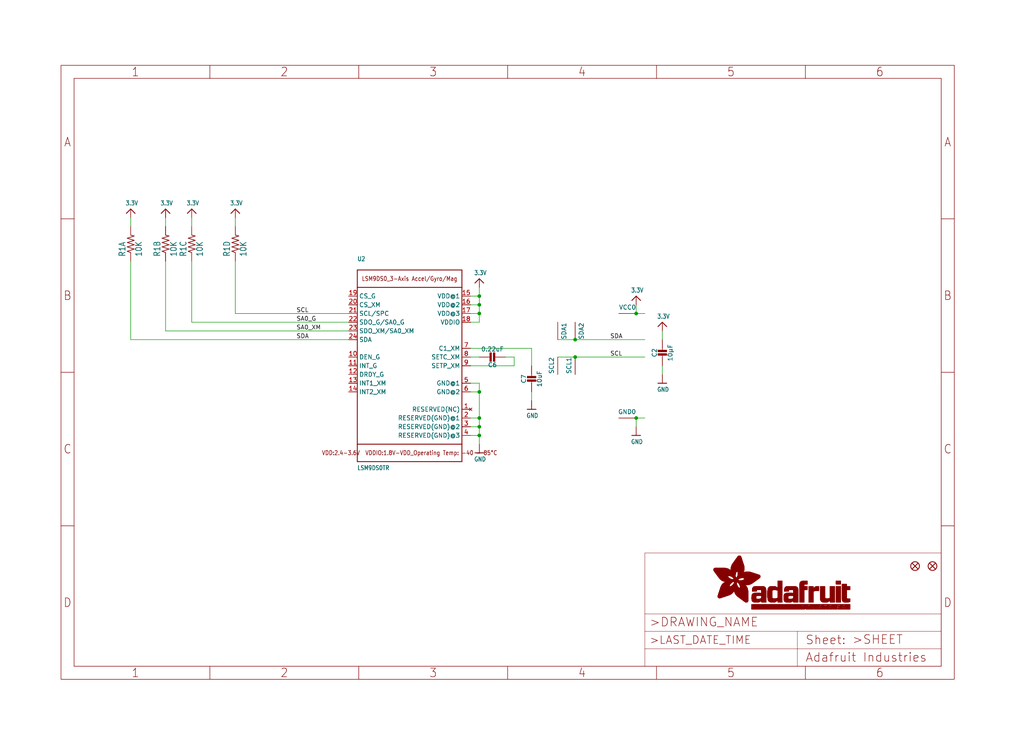
<source format=kicad_sch>
(kicad_sch (version 20211123) (generator eeschema)
  (paper "User" 298.45 217.881)
  (lib_symbols
    (symbol "eagleSchem-eagle-import:3.3V" (power)
      (property "Value" "3.3V" (at -1.524 1.016 0))
      (symbol "3.3V_1_0"
        (pin power_in line (at 0 -2.54 90) (length 2.54) (name "3.3V") (number "1"))
      )
    )
    (symbol "eagleSchem-eagle-import:CAP_CERAMIC0805-NOOUTLINE"
      (property "Reference" "C" (at -2.29 1.25 90))
      (property "Value" "CAP_CERAMIC0805-NOOUTLINE" (at 2.3 1.25 90))
      (symbol "CAP_CERAMIC0805-NOOUTLINE_1_0"
        (pin passive line (at 0 5.08 270) (length 2.54) (name "1") (number "1"))
        (pin passive line (at 0 -2.54 90) (length 2.54) (name "2") (number "2"))
      )
    )
    (symbol "eagleSchem-eagle-import:CAP_CERAMIC0805_10MGAP"
      (property "Reference" "C" (at -2.29 1.25 90))
      (property "Value" "CAP_CERAMIC0805_10MGAP" (at 2.3 1.25 90))
      (symbol "CAP_CERAMIC0805_10MGAP_1_0"
        (pin passive line (at 0 5.08 270) (length 2.54) (name "1") (number "1"))
        (pin passive line (at 0 -2.54 90) (length 2.54) (name "2") (number "2"))
      )
    )
    (symbol "eagleSchem-eagle-import:FIDUCIAL{dblquote}{dblquote}")
    (symbol "eagleSchem-eagle-import:FRAME_A4_ADAFRUIT"
      (symbol "FRAME_A4_ADAFRUIT_1_0"
        (text "1" (at 21.6958 1.905 0) (effects (font (size 2.54 2.286))))
        (text "1" (at 21.6958 177.165 0) (effects (font (size 2.54 2.286))))
        (text "2" (at 65.0875 1.905 0) (effects (font (size 2.54 2.286))))
        (text "2" (at 65.0875 177.165 0) (effects (font (size 2.54 2.286))))
        (text "3" (at 108.4792 1.905 0) (effects (font (size 2.54 2.286))))
        (text "3" (at 108.4792 177.165 0) (effects (font (size 2.54 2.286))))
        (text "4" (at 151.8708 1.905 0) (effects (font (size 2.54 2.286))))
        (text "4" (at 151.8708 177.165 0) (effects (font (size 2.54 2.286))))
        (text "5" (at 195.2625 1.905 0) (effects (font (size 2.54 2.286))))
        (text "5" (at 195.2625 177.165 0) (effects (font (size 2.54 2.286))))
        (text "6" (at 238.6542 1.905 0) (effects (font (size 2.54 2.286))))
        (text "6" (at 238.6542 177.165 0) (effects (font (size 2.54 2.286))))
        (text ">DRAWING_NAME" (at 171.45 15.24 0) (effects (font (size 2.54 2.54)) (justify left bottom)))
        (text ">LAST_DATE_TIME" (at 171.45 10.16 0) (effects (font (size 2.286 2.286)) (justify left bottom)))
        (text ">SHEET" (at 230.505 10.16 0) (effects (font (size 2.54 2.54)) (justify left bottom)))
        (text "A" (at 1.905 156.6863 0) (effects (font (size 2.54 2.286))))
        (text "A" (at 258.445 156.6863 0) (effects (font (size 2.54 2.286))))
        (text "Adafruit Industries" (at 216.916 4.953 0) (effects (font (size 2.54 2.54)) (justify left bottom)))
        (text "B" (at 1.905 111.9188 0) (effects (font (size 2.54 2.286))))
        (text "B" (at 258.445 111.9188 0) (effects (font (size 2.54 2.286))))
        (text "C" (at 1.905 67.1513 0) (effects (font (size 2.54 2.286))))
        (text "C" (at 258.445 67.1513 0) (effects (font (size 2.54 2.286))))
        (text "D" (at 1.905 22.3838 0) (effects (font (size 2.54 2.286))))
        (text "D" (at 258.445 22.3838 0) (effects (font (size 2.54 2.286))))
        (text "Sheet:" (at 216.916 10.033 0) (effects (font (size 2.54 2.54)) (justify left bottom)))
      )
    )
    (symbol "eagleSchem-eagle-import:GND" (power)
      (property "Value" "GND" (at -1.524 -2.54 0))
      (symbol "GND_1_0"
        (pin power_in line (at 0 2.54 270) (length 2.54) (name "GND") (number "1"))
      )
    )
    (symbol "eagleSchem-eagle-import:LSM9DS0"
      (property "Reference" "U" (at -15.24 25.4 0))
      (property "Value" "LSM9DS0" (at -15.24 -35.56 0))
      (symbol "LSM9DS0_1_0"
        (text "LSM9DS0_3-Axis Accel/Gyro/Mag" (at 0 20.32 0) (effects (font (size 1.27 1.0795))))
        (text "VDD:2.4-3.6V  VDDIO:1.8V-VDD_Operating Temp: -40 - 85°C" (at 0 -30.48 0) (effects (font (size 1.27 1.0795))))
        (pin no_connect line (at 17.78 -17.78 180) (length 2.54) (name "RESERVED(NC)") (number "1"))
        (pin bidirectional line (at -17.78 -2.54 0) (length 2.54) (name "DEN_G") (number "10"))
        (pin bidirectional line (at -17.78 -5.08 0) (length 2.54) (name "INT_G") (number "11"))
        (pin bidirectional line (at -17.78 -7.62 0) (length 2.54) (name "DRDY_G") (number "12"))
        (pin bidirectional line (at -17.78 -10.16 0) (length 2.54) (name "INT1_XM") (number "13"))
        (pin bidirectional line (at -17.78 -12.7 0) (length 2.54) (name "INT2_XM") (number "14"))
        (pin power_in line (at 17.78 15.24 180) (length 2.54) (name "VDD@1") (number "15"))
        (pin power_in line (at 17.78 12.7 180) (length 2.54) (name "VDD@2") (number "16"))
        (pin power_in line (at 17.78 10.16 180) (length 2.54) (name "VDD@3") (number "17"))
        (pin power_in line (at 17.78 7.62 180) (length 2.54) (name "VDDIO") (number "18"))
        (pin bidirectional line (at -17.78 15.24 0) (length 2.54) (name "CS_G") (number "19"))
        (pin power_in line (at 17.78 -20.32 180) (length 2.54) (name "RESERVED(GND)@1") (number "2"))
        (pin bidirectional line (at -17.78 12.7 0) (length 2.54) (name "CS_XM") (number "20"))
        (pin bidirectional line (at -17.78 10.16 0) (length 2.54) (name "SCL/SPC") (number "21"))
        (pin bidirectional line (at -17.78 7.62 0) (length 2.54) (name "SDO_G/SA0_G") (number "22"))
        (pin bidirectional line (at -17.78 5.08 0) (length 2.54) (name "SDO_XM/SA0_XM") (number "23"))
        (pin bidirectional line (at -17.78 2.54 0) (length 2.54) (name "SDA") (number "24"))
        (pin power_in line (at 17.78 -22.86 180) (length 2.54) (name "RESERVED(GND)@2") (number "3"))
        (pin power_in line (at 17.78 -25.4 180) (length 2.54) (name "RESERVED(GND)@3") (number "4"))
        (pin power_in line (at 17.78 -10.16 180) (length 2.54) (name "GND@1") (number "5"))
        (pin power_in line (at 17.78 -12.7 180) (length 2.54) (name "GND@2") (number "6"))
        (pin bidirectional line (at 17.78 0 180) (length 2.54) (name "C1_XM") (number "7"))
        (pin bidirectional line (at 17.78 -2.54 180) (length 2.54) (name "SETC_XM") (number "8"))
        (pin bidirectional line (at 17.78 -5.08 180) (length 2.54) (name "SETP_XM") (number "9"))
      )
    )
    (symbol "eagleSchem-eagle-import:RESISTOR_4PACK_US"
      (property "Reference" "R" (at -3.81 1.4986 0))
      (property "Value" "RESISTOR_4PACK_US" (at -3.81 -3.302 0))
      (symbol "RESISTOR_4PACK_US_1_0"
        (pin passive line (at -5.08 0 0) (length 2.54) (name "1") (number "1"))
        (pin passive line (at 5.08 0 180) (length 2.54) (name "2") (number "8"))
      )
      (symbol "RESISTOR_4PACK_US_2_0"
        (pin passive line (at -5.08 0 0) (length 2.54) (name "1") (number "2"))
        (pin passive line (at 5.08 0 180) (length 2.54) (name "2") (number "7"))
      )
      (symbol "RESISTOR_4PACK_US_3_0"
        (pin passive line (at -5.08 0 0) (length 2.54) (name "1") (number "3"))
        (pin passive line (at 5.08 0 180) (length 2.54) (name "2") (number "6"))
      )
      (symbol "RESISTOR_4PACK_US_4_0"
        (pin passive line (at -5.08 0 0) (length 2.54) (name "1") (number "4"))
        (pin passive line (at 5.08 0 180) (length 2.54) (name "2") (number "5"))
      )
    )
    (symbol "eagleSchem-eagle-import:SEWTAP0.5IN"
      (property "Reference" "TP" (at 0 2.54 0))
      (symbol "SEWTAP0.5IN_1_0"
        (pin bidirectional line (at 0 0 180) (length 5.08) (name "SEW") (number "TAP"))
      )
    )
  )
  (junction (at 167.64 99.06))
  (junction (at 139.7 91.44))
  (junction (at 139.7 127))
  (junction (at 185.42 91.44))
  (junction (at 185.42 121.92))
  (junction (at 139.7 88.9))
  (junction (at 139.7 124.46))
  (junction (at 167.64 104.14))
  (junction (at 139.7 114.3))
  (junction (at 139.7 121.92))
  (junction (at 139.7 86.36))
  (wire (pts (xy 137.16 91.44) (xy 139.7 91.44)))
  (wire (pts (xy 101.6 93.98) (xy 55.88 93.98)))
  (wire (pts (xy 137.16 88.9) (xy 139.7 88.9)))
  (wire (pts (xy 167.64 99.06) (xy 162.56 99.06)))
  (wire (pts (xy 38.1 99.06) (xy 38.1 76.2)))
  (wire (pts (xy 154.94 101.6) (xy 154.94 106.68)))
  (wire (pts (xy 101.6 91.44) (xy 68.58 91.44)))
  (wire (pts (xy 154.94 114.3) (xy 154.94 116.84)))
  (wire (pts (xy 137.16 104.14) (xy 139.7 104.14)))
  (wire (pts (xy 137.16 121.92) (xy 139.7 121.92)))
  (wire (pts (xy 137.16 111.76) (xy 139.7 111.76)))
  (wire (pts (xy 68.58 66.04) (xy 68.58 63.5)))
  (wire (pts (xy 187.96 91.44) (xy 185.42 91.44)))
  (wire (pts (xy 68.58 91.44) (xy 68.58 76.2)))
  (wire (pts (xy 139.7 88.9) (xy 139.7 86.36)))
  (wire (pts (xy 193.04 96.52) (xy 193.04 99.06)))
  (wire (pts (xy 139.7 111.76) (xy 139.7 114.3)))
  (wire (pts (xy 187.96 104.14) (xy 167.64 104.14)))
  (wire (pts (xy 55.88 93.98) (xy 55.88 76.2)))
  (wire (pts (xy 137.16 93.98) (xy 139.7 93.98)))
  (wire (pts (xy 139.7 127) (xy 139.7 129.54)))
  (wire (pts (xy 101.6 99.06) (xy 38.1 99.06)))
  (wire (pts (xy 137.16 101.6) (xy 154.94 101.6)))
  (wire (pts (xy 139.7 93.98) (xy 139.7 91.44)))
  (wire (pts (xy 185.42 91.44) (xy 185.42 88.9)))
  (wire (pts (xy 137.16 127) (xy 139.7 127)))
  (wire (pts (xy 185.42 121.92) (xy 185.42 124.46)))
  (wire (pts (xy 139.7 121.92) (xy 139.7 124.46)))
  (wire (pts (xy 187.96 121.92) (xy 185.42 121.92)))
  (wire (pts (xy 38.1 66.04) (xy 38.1 63.5)))
  (wire (pts (xy 193.04 106.68) (xy 193.04 109.22)))
  (wire (pts (xy 137.16 114.3) (xy 139.7 114.3)))
  (wire (pts (xy 55.88 66.04) (xy 55.88 63.5)))
  (wire (pts (xy 167.64 104.14) (xy 162.56 104.14)))
  (wire (pts (xy 139.7 124.46) (xy 139.7 127)))
  (wire (pts (xy 48.26 66.04) (xy 48.26 63.5)))
  (wire (pts (xy 48.26 96.52) (xy 48.26 76.2)))
  (wire (pts (xy 101.6 96.52) (xy 48.26 96.52)))
  (wire (pts (xy 137.16 86.36) (xy 139.7 86.36)))
  (wire (pts (xy 187.96 99.06) (xy 167.64 99.06)))
  (wire (pts (xy 139.7 114.3) (xy 139.7 121.92)))
  (wire (pts (xy 149.86 104.14) (xy 147.32 104.14)))
  (wire (pts (xy 137.16 124.46) (xy 139.7 124.46)))
  (wire (pts (xy 137.16 106.68) (xy 149.86 106.68)))
  (wire (pts (xy 139.7 86.36) (xy 139.7 83.82)))
  (wire (pts (xy 149.86 106.68) (xy 149.86 104.14)))
  (wire (pts (xy 139.7 91.44) (xy 139.7 88.9)))
  (label "SDA" (at 177.8 99.06 0) (effects (font (size 1.2446 1.2446))))
  (label "SCL" (at 177.8 104.14 0) (effects (font (size 1.2446 1.2446))))
  (label "SA0_XM" (at 86.36 96.52 0) (effects (font (size 1.2446 1.2446))))
  (label "SCL" (at 86.36 91.44 0) (effects (font (size 1.2446 1.2446))))
  (label "SDA" (at 86.36 99.06 0) (effects (font (size 1.2446 1.2446))))
  (label "SA0_G" (at 86.36 93.98 0) (effects (font (size 1.2446 1.2446))))
  (symbol (lib_id "eagleSchem-eagle-import:GND") (at 139.7 132.08 0) (unit 1)
    (property "Reference" "#U$12" (effects hide))
    (property "Value" "GND" (at 138.176 134.62 0) (effects (font (size 1.27 1.0795)) (justify left bottom)))
    (property "Footprint" "eagleSchem:" (effects hide))
  )
  (symbol (lib_id "eagleSchem-eagle-import:SEWTAP0.5IN") (at 162.56 104.14 90) (unit 1)
    (property "Reference" "SCL2" (at 160.02 104.14 0) (effects (justify right top)))
    (property "Value" "SEWTAP0.5IN" (effects hide))
    (property "Footprint" "eagleSchem:SEWINGTAP_0.5" (effects hide))
  )
  (symbol (lib_id "eagleSchem-eagle-import:RESISTOR_4PACK_US") (at 38.1 71.12 90) (unit 1)
    (property "Reference" "R1" (at 36.6014 74.93 0) (effects (font (size 1.778 1.5113)) (justify left bottom)))
    (property "Value" "10K" (at 41.402 74.93 0) (effects (font (size 1.778 1.5113)) (justify left bottom)))
    (property "Footprint" "eagleSchem:RESPACK_4X0603" (effects hide))
  )
  (symbol (lib_id "eagleSchem-eagle-import:GND") (at 185.42 127 0) (unit 1)
    (property "Reference" "#U$10" (effects hide))
    (property "Value" "GND" (at 183.896 129.54 0) (effects (font (size 1.27 1.0795)) (justify left bottom)))
    (property "Footprint" "eagleSchem:" (effects hide))
  )
  (symbol (lib_id "eagleSchem-eagle-import:SEWTAP0.5IN") (at 167.64 104.14 90) (unit 1)
    (property "Reference" "SCL1" (at 165.1 104.14 0) (effects (justify right top)))
    (property "Value" "SEWTAP0.5IN" (effects hide))
    (property "Footprint" "eagleSchem:SEWINGTAP_0.5" (effects hide))
  )
  (symbol (lib_id "eagleSchem-eagle-import:RESISTOR_4PACK_US") (at 48.26 71.12 90) (unit 2)
    (property "Reference" "R1" (at 46.7614 74.93 0) (effects (font (size 1.778 1.5113)) (justify left bottom)))
    (property "Value" "10K" (at 51.562 74.93 0) (effects (font (size 1.778 1.5113)) (justify left bottom)))
    (property "Footprint" "eagleSchem:RESPACK_4X0603" (effects hide))
  )
  (symbol (lib_id "eagleSchem-eagle-import:SEWTAP0.5IN") (at 185.42 121.92 0) (unit 1)
    (property "Reference" "GND0" (at 185.42 119.38 0) (effects (justify right top)))
    (property "Value" "SEWTAP0.5IN" (effects hide))
    (property "Footprint" "eagleSchem:SEWINGTAP_0.5" (effects hide))
  )
  (symbol (lib_id "eagleSchem-eagle-import:GND") (at 154.94 119.38 0) (unit 1)
    (property "Reference" "#U$19" (effects hide))
    (property "Value" "GND" (at 153.416 121.92 0) (effects (font (size 1.27 1.0795)) (justify left bottom)))
    (property "Footprint" "eagleSchem:" (effects hide))
  )
  (symbol (lib_id "eagleSchem-eagle-import:3.3V") (at 68.58 60.96 0) (unit 1)
    (property "Reference" "#U$8" (effects hide))
    (property "Value" "3.3V" (at 67.056 59.944 0) (effects (font (size 1.27 1.0795)) (justify left bottom)))
    (property "Footprint" "eagleSchem:" (effects hide))
  )
  (symbol (lib_id "eagleSchem-eagle-import:RESISTOR_4PACK_US") (at 55.88 71.12 90) (unit 3)
    (property "Reference" "R1" (at 54.3814 74.93 0) (effects (font (size 1.778 1.5113)) (justify left bottom)))
    (property "Value" "10K" (at 59.182 74.93 0) (effects (font (size 1.778 1.5113)) (justify left bottom)))
    (property "Footprint" "eagleSchem:RESPACK_4X0603" (effects hide))
  )
  (symbol (lib_id "eagleSchem-eagle-import:RESISTOR_4PACK_US") (at 68.58 71.12 90) (unit 4)
    (property "Reference" "R1" (at 67.0814 74.93 0) (effects (font (size 1.778 1.5113)) (justify left bottom)))
    (property "Value" "10K" (at 71.882 74.93 0) (effects (font (size 1.778 1.5113)) (justify left bottom)))
    (property "Footprint" "eagleSchem:RESPACK_4X0603" (effects hide))
  )
  (symbol (lib_id "eagleSchem-eagle-import:FIDUCIAL{dblquote}{dblquote}") (at 266.7 165.1 0) (unit 1)
    (property "Reference" "FID2" (effects hide))
    (property "Value" "FIDUCIAL{dblquote}{dblquote}" (effects hide))
    (property "Footprint" "eagleSchem:FIDUCIAL_1MM" (effects hide))
  )
  (symbol (lib_id "eagleSchem-eagle-import:GND") (at 193.04 111.76 0) (unit 1)
    (property "Reference" "#U$9" (effects hide))
    (property "Value" "GND" (at 191.516 114.3 0) (effects (font (size 1.27 1.0795)) (justify left bottom)))
    (property "Footprint" "eagleSchem:" (effects hide))
  )
  (symbol (lib_id "eagleSchem-eagle-import:3.3V") (at 55.88 60.96 0) (unit 1)
    (property "Reference" "#U$7" (effects hide))
    (property "Value" "3.3V" (at 54.356 59.944 0) (effects (font (size 1.27 1.0795)) (justify left bottom)))
    (property "Footprint" "eagleSchem:" (effects hide))
  )
  (symbol (lib_id "eagleSchem-eagle-import:SEWTAP0.5IN") (at 185.42 91.44 0) (unit 1)
    (property "Reference" "VCC0" (at 185.42 88.9 0) (effects (justify right top)))
    (property "Value" "SEWTAP0.5IN" (effects hide))
    (property "Footprint" "eagleSchem:SEWINGTAP_0.5" (effects hide))
  )
  (symbol (lib_id "eagleSchem-eagle-import:SEWTAP0.5IN") (at 162.56 99.06 270) (unit 1)
    (property "Reference" "SDA1" (at 165.1 99.06 0) (effects (justify right top)))
    (property "Value" "SEWTAP0.5IN" (effects hide))
    (property "Footprint" "eagleSchem:SEWINGTAP_0.5" (effects hide))
  )
  (symbol (lib_id "eagleSchem-eagle-import:LSM9DS0") (at 119.38 101.6 0) (unit 1)
    (property "Reference" "U2" (at 104.14 76.2 0) (effects (font (size 1.27 1.0795)) (justify left bottom)))
    (property "Value" "LSM9DS0TR" (at 104.14 137.16 0) (effects (font (size 1.27 1.0795)) (justify left bottom)))
    (property "Footprint" "eagleSchem:LGA24_4X4MM" (effects hide))
  )
  (symbol (lib_id "eagleSchem-eagle-import:CAP_CERAMIC0805-NOOUTLINE") (at 144.78 104.14 90) (unit 1)
    (property "Reference" "C6" (at 143.53 106.43 90))
    (property "Value" "0.22uF" (at 143.53 101.84 90))
    (property "Footprint" "eagleSchem:0805-NO" (effects hide))
  )
  (symbol (lib_id "eagleSchem-eagle-import:FRAME_A4_ADAFRUIT") (at 17.78 198.12 0) (unit 1)
    (property "Reference" "#U$1" (effects hide))
    (property "Value" "FRAME_A4_ADAFRUIT" (effects hide))
    (property "Footprint" "eagleSchem:" (effects hide))
  )
  (symbol (lib_id "eagleSchem-eagle-import:3.3V") (at 139.7 81.28 0) (unit 1)
    (property "Reference" "#U$11" (effects hide))
    (property "Value" "3.3V" (at 138.176 80.264 0) (effects (font (size 1.27 1.0795)) (justify left bottom)))
    (property "Footprint" "eagleSchem:" (effects hide))
  )
  (symbol (lib_id "eagleSchem-eagle-import:FIDUCIAL{dblquote}{dblquote}") (at 271.78 165.1 0) (unit 1)
    (property "Reference" "FID1" (effects hide))
    (property "Value" "FIDUCIAL{dblquote}{dblquote}" (effects hide))
    (property "Footprint" "eagleSchem:FIDUCIAL_1MM" (effects hide))
  )
  (symbol (lib_id "eagleSchem-eagle-import:3.3V") (at 185.42 86.36 0) (unit 1)
    (property "Reference" "#U$5" (effects hide))
    (property "Value" "3.3V" (at 183.896 85.344 0) (effects (font (size 1.27 1.0795)) (justify left bottom)))
    (property "Footprint" "eagleSchem:" (effects hide))
  )
  (symbol (lib_id "eagleSchem-eagle-import:3.3V") (at 38.1 60.96 0) (unit 1)
    (property "Reference" "#U$2" (effects hide))
    (property "Value" "3.3V" (at 36.576 59.944 0) (effects (font (size 1.27 1.0795)) (justify left bottom)))
    (property "Footprint" "eagleSchem:" (effects hide))
  )
  (symbol (lib_id "eagleSchem-eagle-import:CAP_CERAMIC0805_10MGAP") (at 193.04 104.14 0) (unit 1)
    (property "Reference" "C2" (at 190.75 102.89 90))
    (property "Value" "10µF" (at 195.34 102.89 90))
    (property "Footprint" "eagleSchem:0805_10MGAP" (effects hide))
  )
  (symbol (lib_id "eagleSchem-eagle-import:3.3V") (at 193.04 93.98 0) (unit 1)
    (property "Reference" "#U$6" (effects hide))
    (property "Value" "3.3V" (at 191.516 92.964 0) (effects (font (size 1.27 1.0795)) (justify left bottom)))
    (property "Footprint" "eagleSchem:" (effects hide))
  )
  (symbol (lib_id "eagleSchem-eagle-import:SEWTAP0.5IN") (at 167.64 99.06 270) (unit 1)
    (property "Reference" "SDA2" (at 170.18 99.06 0) (effects (justify right top)))
    (property "Value" "SEWTAP0.5IN" (effects hide))
    (property "Footprint" "eagleSchem:SEWINGTAP_0.5" (effects hide))
  )
  (symbol (lib_id "eagleSchem-eagle-import:3.3V") (at 48.26 60.96 0) (unit 1)
    (property "Reference" "#U$3" (effects hide))
    (property "Value" "3.3V" (at 46.736 59.944 0) (effects (font (size 1.27 1.0795)) (justify left bottom)))
    (property "Footprint" "eagleSchem:" (effects hide))
  )
  (symbol (lib_id "eagleSchem-eagle-import:CAP_CERAMIC0805-NOOUTLINE") (at 154.94 111.76 0) (unit 1)
    (property "Reference" "C7" (at 152.65 110.51 90))
    (property "Value" "10uF" (at 157.24 110.51 90))
    (property "Footprint" "eagleSchem:0805-NO" (effects hide))
  )
)
</source>
